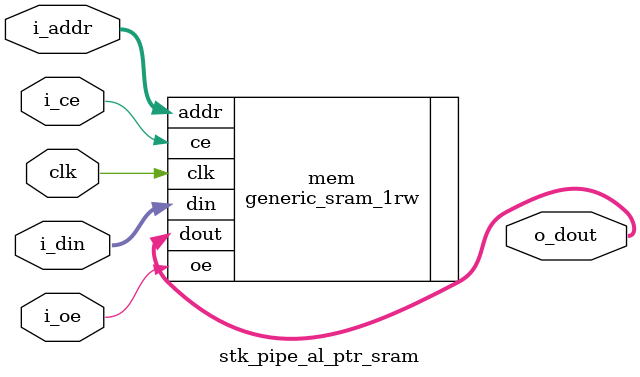
<source format=sv>

module stk_pipe_al_ptr_sram (
// -------------------------------------------------------------------------- //
//
  input wire logic [9:0]                             i_addr
, input wire logic [9:0]                             i_din
, input wire logic                                   i_ce
, input wire logic                                   i_oe
//
, output wire logic [9:0]                            o_dout

// -------------------------------------------------------------------------- //
//
, input wire logic                                   clk
);

// -------------------------------------------------------------------------- //
//
generic_sram_1rw #(.W(10), .N(1024)) mem (
//
  .addr                       (i_addr)
, .din                        (i_din)
, .ce                         (i_ce)
, .oe                         (i_oe)
, .dout                       (o_dout)
//
, .clk                        (clk)
);

endmodule : stk_pipe_al_ptr_sram
</source>
